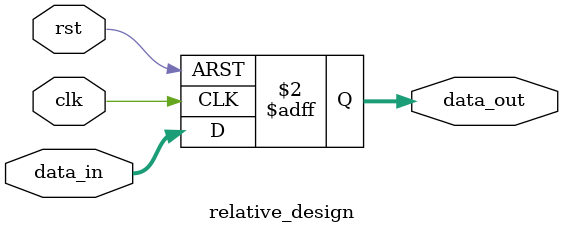
<source format=sv>
module relative_design #(
    parameter WIDTH = 8
) (
    input  logic clk,
    input  logic rst,
    input  logic [WIDTH-1:0] data_in,
    output logic [WIDTH-1:0] data_out
);

always_ff @(posedge clk or posedge rst) begin
    if (rst)
        data_out <= '0;
    else
        data_out <= data_in;
end

endmodule
</source>
